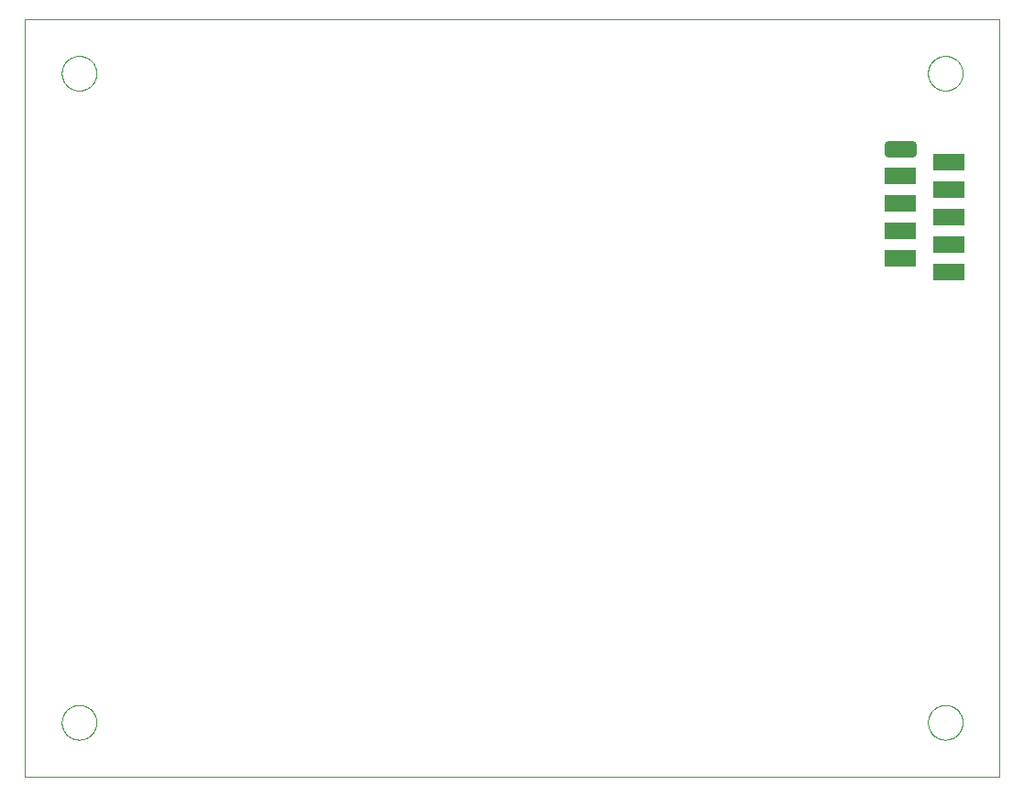
<source format=gbp>
G75*
%MOIN*%
%OFA0B0*%
%FSLAX25Y25*%
%IPPOS*%
%LPD*%
%AMOC8*
5,1,8,0,0,1.08239X$1,22.5*
%
%ADD10C,0.00394*%
%ADD11C,0.00000*%
%ADD12C,0.02953*%
%ADD13R,0.11811X0.05906*%
D10*
X0020800Y0011800D02*
X0020800Y0287391D01*
X0375131Y0287391D01*
X0375131Y0011800D01*
X0020800Y0011800D01*
D11*
X0034186Y0031485D02*
X0034188Y0031643D01*
X0034194Y0031801D01*
X0034204Y0031959D01*
X0034218Y0032117D01*
X0034236Y0032274D01*
X0034257Y0032431D01*
X0034283Y0032587D01*
X0034313Y0032743D01*
X0034346Y0032898D01*
X0034384Y0033051D01*
X0034425Y0033204D01*
X0034470Y0033356D01*
X0034519Y0033507D01*
X0034572Y0033656D01*
X0034628Y0033804D01*
X0034688Y0033950D01*
X0034752Y0034095D01*
X0034820Y0034238D01*
X0034891Y0034380D01*
X0034965Y0034520D01*
X0035043Y0034657D01*
X0035125Y0034793D01*
X0035209Y0034927D01*
X0035298Y0035058D01*
X0035389Y0035187D01*
X0035484Y0035314D01*
X0035581Y0035439D01*
X0035682Y0035561D01*
X0035786Y0035680D01*
X0035893Y0035797D01*
X0036003Y0035911D01*
X0036116Y0036022D01*
X0036231Y0036131D01*
X0036349Y0036236D01*
X0036470Y0036338D01*
X0036593Y0036438D01*
X0036719Y0036534D01*
X0036847Y0036627D01*
X0036977Y0036717D01*
X0037110Y0036803D01*
X0037245Y0036887D01*
X0037381Y0036966D01*
X0037520Y0037043D01*
X0037661Y0037115D01*
X0037803Y0037185D01*
X0037947Y0037250D01*
X0038093Y0037312D01*
X0038240Y0037370D01*
X0038389Y0037425D01*
X0038539Y0037476D01*
X0038690Y0037523D01*
X0038842Y0037566D01*
X0038995Y0037605D01*
X0039150Y0037641D01*
X0039305Y0037672D01*
X0039461Y0037700D01*
X0039617Y0037724D01*
X0039774Y0037744D01*
X0039932Y0037760D01*
X0040089Y0037772D01*
X0040248Y0037780D01*
X0040406Y0037784D01*
X0040564Y0037784D01*
X0040722Y0037780D01*
X0040881Y0037772D01*
X0041038Y0037760D01*
X0041196Y0037744D01*
X0041353Y0037724D01*
X0041509Y0037700D01*
X0041665Y0037672D01*
X0041820Y0037641D01*
X0041975Y0037605D01*
X0042128Y0037566D01*
X0042280Y0037523D01*
X0042431Y0037476D01*
X0042581Y0037425D01*
X0042730Y0037370D01*
X0042877Y0037312D01*
X0043023Y0037250D01*
X0043167Y0037185D01*
X0043309Y0037115D01*
X0043450Y0037043D01*
X0043589Y0036966D01*
X0043725Y0036887D01*
X0043860Y0036803D01*
X0043993Y0036717D01*
X0044123Y0036627D01*
X0044251Y0036534D01*
X0044377Y0036438D01*
X0044500Y0036338D01*
X0044621Y0036236D01*
X0044739Y0036131D01*
X0044854Y0036022D01*
X0044967Y0035911D01*
X0045077Y0035797D01*
X0045184Y0035680D01*
X0045288Y0035561D01*
X0045389Y0035439D01*
X0045486Y0035314D01*
X0045581Y0035187D01*
X0045672Y0035058D01*
X0045761Y0034927D01*
X0045845Y0034793D01*
X0045927Y0034657D01*
X0046005Y0034520D01*
X0046079Y0034380D01*
X0046150Y0034238D01*
X0046218Y0034095D01*
X0046282Y0033950D01*
X0046342Y0033804D01*
X0046398Y0033656D01*
X0046451Y0033507D01*
X0046500Y0033356D01*
X0046545Y0033204D01*
X0046586Y0033051D01*
X0046624Y0032898D01*
X0046657Y0032743D01*
X0046687Y0032587D01*
X0046713Y0032431D01*
X0046734Y0032274D01*
X0046752Y0032117D01*
X0046766Y0031959D01*
X0046776Y0031801D01*
X0046782Y0031643D01*
X0046784Y0031485D01*
X0046782Y0031327D01*
X0046776Y0031169D01*
X0046766Y0031011D01*
X0046752Y0030853D01*
X0046734Y0030696D01*
X0046713Y0030539D01*
X0046687Y0030383D01*
X0046657Y0030227D01*
X0046624Y0030072D01*
X0046586Y0029919D01*
X0046545Y0029766D01*
X0046500Y0029614D01*
X0046451Y0029463D01*
X0046398Y0029314D01*
X0046342Y0029166D01*
X0046282Y0029020D01*
X0046218Y0028875D01*
X0046150Y0028732D01*
X0046079Y0028590D01*
X0046005Y0028450D01*
X0045927Y0028313D01*
X0045845Y0028177D01*
X0045761Y0028043D01*
X0045672Y0027912D01*
X0045581Y0027783D01*
X0045486Y0027656D01*
X0045389Y0027531D01*
X0045288Y0027409D01*
X0045184Y0027290D01*
X0045077Y0027173D01*
X0044967Y0027059D01*
X0044854Y0026948D01*
X0044739Y0026839D01*
X0044621Y0026734D01*
X0044500Y0026632D01*
X0044377Y0026532D01*
X0044251Y0026436D01*
X0044123Y0026343D01*
X0043993Y0026253D01*
X0043860Y0026167D01*
X0043725Y0026083D01*
X0043589Y0026004D01*
X0043450Y0025927D01*
X0043309Y0025855D01*
X0043167Y0025785D01*
X0043023Y0025720D01*
X0042877Y0025658D01*
X0042730Y0025600D01*
X0042581Y0025545D01*
X0042431Y0025494D01*
X0042280Y0025447D01*
X0042128Y0025404D01*
X0041975Y0025365D01*
X0041820Y0025329D01*
X0041665Y0025298D01*
X0041509Y0025270D01*
X0041353Y0025246D01*
X0041196Y0025226D01*
X0041038Y0025210D01*
X0040881Y0025198D01*
X0040722Y0025190D01*
X0040564Y0025186D01*
X0040406Y0025186D01*
X0040248Y0025190D01*
X0040089Y0025198D01*
X0039932Y0025210D01*
X0039774Y0025226D01*
X0039617Y0025246D01*
X0039461Y0025270D01*
X0039305Y0025298D01*
X0039150Y0025329D01*
X0038995Y0025365D01*
X0038842Y0025404D01*
X0038690Y0025447D01*
X0038539Y0025494D01*
X0038389Y0025545D01*
X0038240Y0025600D01*
X0038093Y0025658D01*
X0037947Y0025720D01*
X0037803Y0025785D01*
X0037661Y0025855D01*
X0037520Y0025927D01*
X0037381Y0026004D01*
X0037245Y0026083D01*
X0037110Y0026167D01*
X0036977Y0026253D01*
X0036847Y0026343D01*
X0036719Y0026436D01*
X0036593Y0026532D01*
X0036470Y0026632D01*
X0036349Y0026734D01*
X0036231Y0026839D01*
X0036116Y0026948D01*
X0036003Y0027059D01*
X0035893Y0027173D01*
X0035786Y0027290D01*
X0035682Y0027409D01*
X0035581Y0027531D01*
X0035484Y0027656D01*
X0035389Y0027783D01*
X0035298Y0027912D01*
X0035209Y0028043D01*
X0035125Y0028177D01*
X0035043Y0028313D01*
X0034965Y0028450D01*
X0034891Y0028590D01*
X0034820Y0028732D01*
X0034752Y0028875D01*
X0034688Y0029020D01*
X0034628Y0029166D01*
X0034572Y0029314D01*
X0034519Y0029463D01*
X0034470Y0029614D01*
X0034425Y0029766D01*
X0034384Y0029919D01*
X0034346Y0030072D01*
X0034313Y0030227D01*
X0034283Y0030383D01*
X0034257Y0030539D01*
X0034236Y0030696D01*
X0034218Y0030853D01*
X0034204Y0031011D01*
X0034194Y0031169D01*
X0034188Y0031327D01*
X0034186Y0031485D01*
X0034186Y0267706D02*
X0034188Y0267864D01*
X0034194Y0268022D01*
X0034204Y0268180D01*
X0034218Y0268338D01*
X0034236Y0268495D01*
X0034257Y0268652D01*
X0034283Y0268808D01*
X0034313Y0268964D01*
X0034346Y0269119D01*
X0034384Y0269272D01*
X0034425Y0269425D01*
X0034470Y0269577D01*
X0034519Y0269728D01*
X0034572Y0269877D01*
X0034628Y0270025D01*
X0034688Y0270171D01*
X0034752Y0270316D01*
X0034820Y0270459D01*
X0034891Y0270601D01*
X0034965Y0270741D01*
X0035043Y0270878D01*
X0035125Y0271014D01*
X0035209Y0271148D01*
X0035298Y0271279D01*
X0035389Y0271408D01*
X0035484Y0271535D01*
X0035581Y0271660D01*
X0035682Y0271782D01*
X0035786Y0271901D01*
X0035893Y0272018D01*
X0036003Y0272132D01*
X0036116Y0272243D01*
X0036231Y0272352D01*
X0036349Y0272457D01*
X0036470Y0272559D01*
X0036593Y0272659D01*
X0036719Y0272755D01*
X0036847Y0272848D01*
X0036977Y0272938D01*
X0037110Y0273024D01*
X0037245Y0273108D01*
X0037381Y0273187D01*
X0037520Y0273264D01*
X0037661Y0273336D01*
X0037803Y0273406D01*
X0037947Y0273471D01*
X0038093Y0273533D01*
X0038240Y0273591D01*
X0038389Y0273646D01*
X0038539Y0273697D01*
X0038690Y0273744D01*
X0038842Y0273787D01*
X0038995Y0273826D01*
X0039150Y0273862D01*
X0039305Y0273893D01*
X0039461Y0273921D01*
X0039617Y0273945D01*
X0039774Y0273965D01*
X0039932Y0273981D01*
X0040089Y0273993D01*
X0040248Y0274001D01*
X0040406Y0274005D01*
X0040564Y0274005D01*
X0040722Y0274001D01*
X0040881Y0273993D01*
X0041038Y0273981D01*
X0041196Y0273965D01*
X0041353Y0273945D01*
X0041509Y0273921D01*
X0041665Y0273893D01*
X0041820Y0273862D01*
X0041975Y0273826D01*
X0042128Y0273787D01*
X0042280Y0273744D01*
X0042431Y0273697D01*
X0042581Y0273646D01*
X0042730Y0273591D01*
X0042877Y0273533D01*
X0043023Y0273471D01*
X0043167Y0273406D01*
X0043309Y0273336D01*
X0043450Y0273264D01*
X0043589Y0273187D01*
X0043725Y0273108D01*
X0043860Y0273024D01*
X0043993Y0272938D01*
X0044123Y0272848D01*
X0044251Y0272755D01*
X0044377Y0272659D01*
X0044500Y0272559D01*
X0044621Y0272457D01*
X0044739Y0272352D01*
X0044854Y0272243D01*
X0044967Y0272132D01*
X0045077Y0272018D01*
X0045184Y0271901D01*
X0045288Y0271782D01*
X0045389Y0271660D01*
X0045486Y0271535D01*
X0045581Y0271408D01*
X0045672Y0271279D01*
X0045761Y0271148D01*
X0045845Y0271014D01*
X0045927Y0270878D01*
X0046005Y0270741D01*
X0046079Y0270601D01*
X0046150Y0270459D01*
X0046218Y0270316D01*
X0046282Y0270171D01*
X0046342Y0270025D01*
X0046398Y0269877D01*
X0046451Y0269728D01*
X0046500Y0269577D01*
X0046545Y0269425D01*
X0046586Y0269272D01*
X0046624Y0269119D01*
X0046657Y0268964D01*
X0046687Y0268808D01*
X0046713Y0268652D01*
X0046734Y0268495D01*
X0046752Y0268338D01*
X0046766Y0268180D01*
X0046776Y0268022D01*
X0046782Y0267864D01*
X0046784Y0267706D01*
X0046782Y0267548D01*
X0046776Y0267390D01*
X0046766Y0267232D01*
X0046752Y0267074D01*
X0046734Y0266917D01*
X0046713Y0266760D01*
X0046687Y0266604D01*
X0046657Y0266448D01*
X0046624Y0266293D01*
X0046586Y0266140D01*
X0046545Y0265987D01*
X0046500Y0265835D01*
X0046451Y0265684D01*
X0046398Y0265535D01*
X0046342Y0265387D01*
X0046282Y0265241D01*
X0046218Y0265096D01*
X0046150Y0264953D01*
X0046079Y0264811D01*
X0046005Y0264671D01*
X0045927Y0264534D01*
X0045845Y0264398D01*
X0045761Y0264264D01*
X0045672Y0264133D01*
X0045581Y0264004D01*
X0045486Y0263877D01*
X0045389Y0263752D01*
X0045288Y0263630D01*
X0045184Y0263511D01*
X0045077Y0263394D01*
X0044967Y0263280D01*
X0044854Y0263169D01*
X0044739Y0263060D01*
X0044621Y0262955D01*
X0044500Y0262853D01*
X0044377Y0262753D01*
X0044251Y0262657D01*
X0044123Y0262564D01*
X0043993Y0262474D01*
X0043860Y0262388D01*
X0043725Y0262304D01*
X0043589Y0262225D01*
X0043450Y0262148D01*
X0043309Y0262076D01*
X0043167Y0262006D01*
X0043023Y0261941D01*
X0042877Y0261879D01*
X0042730Y0261821D01*
X0042581Y0261766D01*
X0042431Y0261715D01*
X0042280Y0261668D01*
X0042128Y0261625D01*
X0041975Y0261586D01*
X0041820Y0261550D01*
X0041665Y0261519D01*
X0041509Y0261491D01*
X0041353Y0261467D01*
X0041196Y0261447D01*
X0041038Y0261431D01*
X0040881Y0261419D01*
X0040722Y0261411D01*
X0040564Y0261407D01*
X0040406Y0261407D01*
X0040248Y0261411D01*
X0040089Y0261419D01*
X0039932Y0261431D01*
X0039774Y0261447D01*
X0039617Y0261467D01*
X0039461Y0261491D01*
X0039305Y0261519D01*
X0039150Y0261550D01*
X0038995Y0261586D01*
X0038842Y0261625D01*
X0038690Y0261668D01*
X0038539Y0261715D01*
X0038389Y0261766D01*
X0038240Y0261821D01*
X0038093Y0261879D01*
X0037947Y0261941D01*
X0037803Y0262006D01*
X0037661Y0262076D01*
X0037520Y0262148D01*
X0037381Y0262225D01*
X0037245Y0262304D01*
X0037110Y0262388D01*
X0036977Y0262474D01*
X0036847Y0262564D01*
X0036719Y0262657D01*
X0036593Y0262753D01*
X0036470Y0262853D01*
X0036349Y0262955D01*
X0036231Y0263060D01*
X0036116Y0263169D01*
X0036003Y0263280D01*
X0035893Y0263394D01*
X0035786Y0263511D01*
X0035682Y0263630D01*
X0035581Y0263752D01*
X0035484Y0263877D01*
X0035389Y0264004D01*
X0035298Y0264133D01*
X0035209Y0264264D01*
X0035125Y0264398D01*
X0035043Y0264534D01*
X0034965Y0264671D01*
X0034891Y0264811D01*
X0034820Y0264953D01*
X0034752Y0265096D01*
X0034688Y0265241D01*
X0034628Y0265387D01*
X0034572Y0265535D01*
X0034519Y0265684D01*
X0034470Y0265835D01*
X0034425Y0265987D01*
X0034384Y0266140D01*
X0034346Y0266293D01*
X0034313Y0266448D01*
X0034283Y0266604D01*
X0034257Y0266760D01*
X0034236Y0266917D01*
X0034218Y0267074D01*
X0034204Y0267232D01*
X0034194Y0267390D01*
X0034188Y0267548D01*
X0034186Y0267706D01*
X0349147Y0267706D02*
X0349149Y0267864D01*
X0349155Y0268022D01*
X0349165Y0268180D01*
X0349179Y0268338D01*
X0349197Y0268495D01*
X0349218Y0268652D01*
X0349244Y0268808D01*
X0349274Y0268964D01*
X0349307Y0269119D01*
X0349345Y0269272D01*
X0349386Y0269425D01*
X0349431Y0269577D01*
X0349480Y0269728D01*
X0349533Y0269877D01*
X0349589Y0270025D01*
X0349649Y0270171D01*
X0349713Y0270316D01*
X0349781Y0270459D01*
X0349852Y0270601D01*
X0349926Y0270741D01*
X0350004Y0270878D01*
X0350086Y0271014D01*
X0350170Y0271148D01*
X0350259Y0271279D01*
X0350350Y0271408D01*
X0350445Y0271535D01*
X0350542Y0271660D01*
X0350643Y0271782D01*
X0350747Y0271901D01*
X0350854Y0272018D01*
X0350964Y0272132D01*
X0351077Y0272243D01*
X0351192Y0272352D01*
X0351310Y0272457D01*
X0351431Y0272559D01*
X0351554Y0272659D01*
X0351680Y0272755D01*
X0351808Y0272848D01*
X0351938Y0272938D01*
X0352071Y0273024D01*
X0352206Y0273108D01*
X0352342Y0273187D01*
X0352481Y0273264D01*
X0352622Y0273336D01*
X0352764Y0273406D01*
X0352908Y0273471D01*
X0353054Y0273533D01*
X0353201Y0273591D01*
X0353350Y0273646D01*
X0353500Y0273697D01*
X0353651Y0273744D01*
X0353803Y0273787D01*
X0353956Y0273826D01*
X0354111Y0273862D01*
X0354266Y0273893D01*
X0354422Y0273921D01*
X0354578Y0273945D01*
X0354735Y0273965D01*
X0354893Y0273981D01*
X0355050Y0273993D01*
X0355209Y0274001D01*
X0355367Y0274005D01*
X0355525Y0274005D01*
X0355683Y0274001D01*
X0355842Y0273993D01*
X0355999Y0273981D01*
X0356157Y0273965D01*
X0356314Y0273945D01*
X0356470Y0273921D01*
X0356626Y0273893D01*
X0356781Y0273862D01*
X0356936Y0273826D01*
X0357089Y0273787D01*
X0357241Y0273744D01*
X0357392Y0273697D01*
X0357542Y0273646D01*
X0357691Y0273591D01*
X0357838Y0273533D01*
X0357984Y0273471D01*
X0358128Y0273406D01*
X0358270Y0273336D01*
X0358411Y0273264D01*
X0358550Y0273187D01*
X0358686Y0273108D01*
X0358821Y0273024D01*
X0358954Y0272938D01*
X0359084Y0272848D01*
X0359212Y0272755D01*
X0359338Y0272659D01*
X0359461Y0272559D01*
X0359582Y0272457D01*
X0359700Y0272352D01*
X0359815Y0272243D01*
X0359928Y0272132D01*
X0360038Y0272018D01*
X0360145Y0271901D01*
X0360249Y0271782D01*
X0360350Y0271660D01*
X0360447Y0271535D01*
X0360542Y0271408D01*
X0360633Y0271279D01*
X0360722Y0271148D01*
X0360806Y0271014D01*
X0360888Y0270878D01*
X0360966Y0270741D01*
X0361040Y0270601D01*
X0361111Y0270459D01*
X0361179Y0270316D01*
X0361243Y0270171D01*
X0361303Y0270025D01*
X0361359Y0269877D01*
X0361412Y0269728D01*
X0361461Y0269577D01*
X0361506Y0269425D01*
X0361547Y0269272D01*
X0361585Y0269119D01*
X0361618Y0268964D01*
X0361648Y0268808D01*
X0361674Y0268652D01*
X0361695Y0268495D01*
X0361713Y0268338D01*
X0361727Y0268180D01*
X0361737Y0268022D01*
X0361743Y0267864D01*
X0361745Y0267706D01*
X0361743Y0267548D01*
X0361737Y0267390D01*
X0361727Y0267232D01*
X0361713Y0267074D01*
X0361695Y0266917D01*
X0361674Y0266760D01*
X0361648Y0266604D01*
X0361618Y0266448D01*
X0361585Y0266293D01*
X0361547Y0266140D01*
X0361506Y0265987D01*
X0361461Y0265835D01*
X0361412Y0265684D01*
X0361359Y0265535D01*
X0361303Y0265387D01*
X0361243Y0265241D01*
X0361179Y0265096D01*
X0361111Y0264953D01*
X0361040Y0264811D01*
X0360966Y0264671D01*
X0360888Y0264534D01*
X0360806Y0264398D01*
X0360722Y0264264D01*
X0360633Y0264133D01*
X0360542Y0264004D01*
X0360447Y0263877D01*
X0360350Y0263752D01*
X0360249Y0263630D01*
X0360145Y0263511D01*
X0360038Y0263394D01*
X0359928Y0263280D01*
X0359815Y0263169D01*
X0359700Y0263060D01*
X0359582Y0262955D01*
X0359461Y0262853D01*
X0359338Y0262753D01*
X0359212Y0262657D01*
X0359084Y0262564D01*
X0358954Y0262474D01*
X0358821Y0262388D01*
X0358686Y0262304D01*
X0358550Y0262225D01*
X0358411Y0262148D01*
X0358270Y0262076D01*
X0358128Y0262006D01*
X0357984Y0261941D01*
X0357838Y0261879D01*
X0357691Y0261821D01*
X0357542Y0261766D01*
X0357392Y0261715D01*
X0357241Y0261668D01*
X0357089Y0261625D01*
X0356936Y0261586D01*
X0356781Y0261550D01*
X0356626Y0261519D01*
X0356470Y0261491D01*
X0356314Y0261467D01*
X0356157Y0261447D01*
X0355999Y0261431D01*
X0355842Y0261419D01*
X0355683Y0261411D01*
X0355525Y0261407D01*
X0355367Y0261407D01*
X0355209Y0261411D01*
X0355050Y0261419D01*
X0354893Y0261431D01*
X0354735Y0261447D01*
X0354578Y0261467D01*
X0354422Y0261491D01*
X0354266Y0261519D01*
X0354111Y0261550D01*
X0353956Y0261586D01*
X0353803Y0261625D01*
X0353651Y0261668D01*
X0353500Y0261715D01*
X0353350Y0261766D01*
X0353201Y0261821D01*
X0353054Y0261879D01*
X0352908Y0261941D01*
X0352764Y0262006D01*
X0352622Y0262076D01*
X0352481Y0262148D01*
X0352342Y0262225D01*
X0352206Y0262304D01*
X0352071Y0262388D01*
X0351938Y0262474D01*
X0351808Y0262564D01*
X0351680Y0262657D01*
X0351554Y0262753D01*
X0351431Y0262853D01*
X0351310Y0262955D01*
X0351192Y0263060D01*
X0351077Y0263169D01*
X0350964Y0263280D01*
X0350854Y0263394D01*
X0350747Y0263511D01*
X0350643Y0263630D01*
X0350542Y0263752D01*
X0350445Y0263877D01*
X0350350Y0264004D01*
X0350259Y0264133D01*
X0350170Y0264264D01*
X0350086Y0264398D01*
X0350004Y0264534D01*
X0349926Y0264671D01*
X0349852Y0264811D01*
X0349781Y0264953D01*
X0349713Y0265096D01*
X0349649Y0265241D01*
X0349589Y0265387D01*
X0349533Y0265535D01*
X0349480Y0265684D01*
X0349431Y0265835D01*
X0349386Y0265987D01*
X0349345Y0266140D01*
X0349307Y0266293D01*
X0349274Y0266448D01*
X0349244Y0266604D01*
X0349218Y0266760D01*
X0349197Y0266917D01*
X0349179Y0267074D01*
X0349165Y0267232D01*
X0349155Y0267390D01*
X0349149Y0267548D01*
X0349147Y0267706D01*
X0349147Y0031485D02*
X0349149Y0031643D01*
X0349155Y0031801D01*
X0349165Y0031959D01*
X0349179Y0032117D01*
X0349197Y0032274D01*
X0349218Y0032431D01*
X0349244Y0032587D01*
X0349274Y0032743D01*
X0349307Y0032898D01*
X0349345Y0033051D01*
X0349386Y0033204D01*
X0349431Y0033356D01*
X0349480Y0033507D01*
X0349533Y0033656D01*
X0349589Y0033804D01*
X0349649Y0033950D01*
X0349713Y0034095D01*
X0349781Y0034238D01*
X0349852Y0034380D01*
X0349926Y0034520D01*
X0350004Y0034657D01*
X0350086Y0034793D01*
X0350170Y0034927D01*
X0350259Y0035058D01*
X0350350Y0035187D01*
X0350445Y0035314D01*
X0350542Y0035439D01*
X0350643Y0035561D01*
X0350747Y0035680D01*
X0350854Y0035797D01*
X0350964Y0035911D01*
X0351077Y0036022D01*
X0351192Y0036131D01*
X0351310Y0036236D01*
X0351431Y0036338D01*
X0351554Y0036438D01*
X0351680Y0036534D01*
X0351808Y0036627D01*
X0351938Y0036717D01*
X0352071Y0036803D01*
X0352206Y0036887D01*
X0352342Y0036966D01*
X0352481Y0037043D01*
X0352622Y0037115D01*
X0352764Y0037185D01*
X0352908Y0037250D01*
X0353054Y0037312D01*
X0353201Y0037370D01*
X0353350Y0037425D01*
X0353500Y0037476D01*
X0353651Y0037523D01*
X0353803Y0037566D01*
X0353956Y0037605D01*
X0354111Y0037641D01*
X0354266Y0037672D01*
X0354422Y0037700D01*
X0354578Y0037724D01*
X0354735Y0037744D01*
X0354893Y0037760D01*
X0355050Y0037772D01*
X0355209Y0037780D01*
X0355367Y0037784D01*
X0355525Y0037784D01*
X0355683Y0037780D01*
X0355842Y0037772D01*
X0355999Y0037760D01*
X0356157Y0037744D01*
X0356314Y0037724D01*
X0356470Y0037700D01*
X0356626Y0037672D01*
X0356781Y0037641D01*
X0356936Y0037605D01*
X0357089Y0037566D01*
X0357241Y0037523D01*
X0357392Y0037476D01*
X0357542Y0037425D01*
X0357691Y0037370D01*
X0357838Y0037312D01*
X0357984Y0037250D01*
X0358128Y0037185D01*
X0358270Y0037115D01*
X0358411Y0037043D01*
X0358550Y0036966D01*
X0358686Y0036887D01*
X0358821Y0036803D01*
X0358954Y0036717D01*
X0359084Y0036627D01*
X0359212Y0036534D01*
X0359338Y0036438D01*
X0359461Y0036338D01*
X0359582Y0036236D01*
X0359700Y0036131D01*
X0359815Y0036022D01*
X0359928Y0035911D01*
X0360038Y0035797D01*
X0360145Y0035680D01*
X0360249Y0035561D01*
X0360350Y0035439D01*
X0360447Y0035314D01*
X0360542Y0035187D01*
X0360633Y0035058D01*
X0360722Y0034927D01*
X0360806Y0034793D01*
X0360888Y0034657D01*
X0360966Y0034520D01*
X0361040Y0034380D01*
X0361111Y0034238D01*
X0361179Y0034095D01*
X0361243Y0033950D01*
X0361303Y0033804D01*
X0361359Y0033656D01*
X0361412Y0033507D01*
X0361461Y0033356D01*
X0361506Y0033204D01*
X0361547Y0033051D01*
X0361585Y0032898D01*
X0361618Y0032743D01*
X0361648Y0032587D01*
X0361674Y0032431D01*
X0361695Y0032274D01*
X0361713Y0032117D01*
X0361727Y0031959D01*
X0361737Y0031801D01*
X0361743Y0031643D01*
X0361745Y0031485D01*
X0361743Y0031327D01*
X0361737Y0031169D01*
X0361727Y0031011D01*
X0361713Y0030853D01*
X0361695Y0030696D01*
X0361674Y0030539D01*
X0361648Y0030383D01*
X0361618Y0030227D01*
X0361585Y0030072D01*
X0361547Y0029919D01*
X0361506Y0029766D01*
X0361461Y0029614D01*
X0361412Y0029463D01*
X0361359Y0029314D01*
X0361303Y0029166D01*
X0361243Y0029020D01*
X0361179Y0028875D01*
X0361111Y0028732D01*
X0361040Y0028590D01*
X0360966Y0028450D01*
X0360888Y0028313D01*
X0360806Y0028177D01*
X0360722Y0028043D01*
X0360633Y0027912D01*
X0360542Y0027783D01*
X0360447Y0027656D01*
X0360350Y0027531D01*
X0360249Y0027409D01*
X0360145Y0027290D01*
X0360038Y0027173D01*
X0359928Y0027059D01*
X0359815Y0026948D01*
X0359700Y0026839D01*
X0359582Y0026734D01*
X0359461Y0026632D01*
X0359338Y0026532D01*
X0359212Y0026436D01*
X0359084Y0026343D01*
X0358954Y0026253D01*
X0358821Y0026167D01*
X0358686Y0026083D01*
X0358550Y0026004D01*
X0358411Y0025927D01*
X0358270Y0025855D01*
X0358128Y0025785D01*
X0357984Y0025720D01*
X0357838Y0025658D01*
X0357691Y0025600D01*
X0357542Y0025545D01*
X0357392Y0025494D01*
X0357241Y0025447D01*
X0357089Y0025404D01*
X0356936Y0025365D01*
X0356781Y0025329D01*
X0356626Y0025298D01*
X0356470Y0025270D01*
X0356314Y0025246D01*
X0356157Y0025226D01*
X0355999Y0025210D01*
X0355842Y0025198D01*
X0355683Y0025190D01*
X0355525Y0025186D01*
X0355367Y0025186D01*
X0355209Y0025190D01*
X0355050Y0025198D01*
X0354893Y0025210D01*
X0354735Y0025226D01*
X0354578Y0025246D01*
X0354422Y0025270D01*
X0354266Y0025298D01*
X0354111Y0025329D01*
X0353956Y0025365D01*
X0353803Y0025404D01*
X0353651Y0025447D01*
X0353500Y0025494D01*
X0353350Y0025545D01*
X0353201Y0025600D01*
X0353054Y0025658D01*
X0352908Y0025720D01*
X0352764Y0025785D01*
X0352622Y0025855D01*
X0352481Y0025927D01*
X0352342Y0026004D01*
X0352206Y0026083D01*
X0352071Y0026167D01*
X0351938Y0026253D01*
X0351808Y0026343D01*
X0351680Y0026436D01*
X0351554Y0026532D01*
X0351431Y0026632D01*
X0351310Y0026734D01*
X0351192Y0026839D01*
X0351077Y0026948D01*
X0350964Y0027059D01*
X0350854Y0027173D01*
X0350747Y0027290D01*
X0350643Y0027409D01*
X0350542Y0027531D01*
X0350445Y0027656D01*
X0350350Y0027783D01*
X0350259Y0027912D01*
X0350170Y0028043D01*
X0350086Y0028177D01*
X0350004Y0028313D01*
X0349926Y0028450D01*
X0349852Y0028590D01*
X0349781Y0028732D01*
X0349713Y0028875D01*
X0349649Y0029020D01*
X0349589Y0029166D01*
X0349533Y0029314D01*
X0349480Y0029463D01*
X0349431Y0029614D01*
X0349386Y0029766D01*
X0349345Y0029919D01*
X0349307Y0030072D01*
X0349274Y0030227D01*
X0349244Y0030383D01*
X0349218Y0030539D01*
X0349197Y0030696D01*
X0349179Y0030853D01*
X0349165Y0031011D01*
X0349155Y0031169D01*
X0349149Y0031327D01*
X0349147Y0031485D01*
D12*
X0343463Y0241753D02*
X0334605Y0241753D01*
X0343463Y0241753D02*
X0343463Y0238799D01*
X0334605Y0238799D01*
X0334605Y0241753D01*
X0334605Y0241751D02*
X0343463Y0241751D01*
D13*
X0356750Y0235276D03*
X0356750Y0225276D03*
X0356750Y0215276D03*
X0356750Y0205276D03*
X0356750Y0195276D03*
X0339034Y0200276D03*
X0339034Y0210276D03*
X0339034Y0220276D03*
X0339034Y0230276D03*
M02*

</source>
